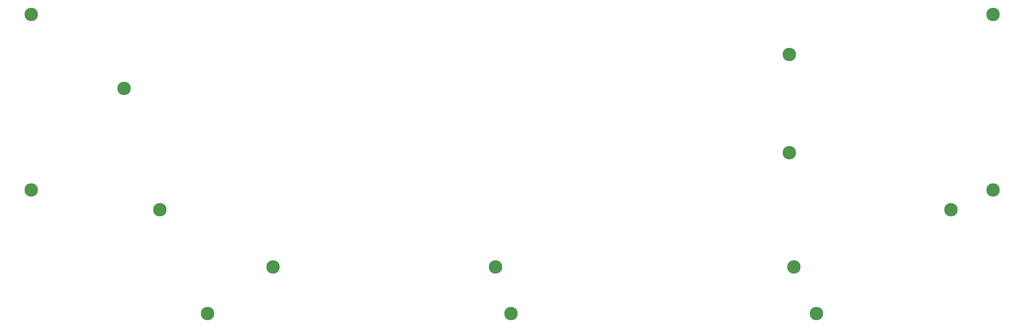
<source format=gbr>
%TF.GenerationSoftware,KiCad,Pcbnew,(5.1.6)-1*%
%TF.CreationDate,2020-09-13T22:04:07-04:00*%
%TF.ProjectId,keybored_plate,6b657962-6f72-4656-945f-706c6174652e,rev?*%
%TF.SameCoordinates,Original*%
%TF.FileFunction,Soldermask,Bot*%
%TF.FilePolarity,Negative*%
%FSLAX46Y46*%
G04 Gerber Fmt 4.6, Leading zero omitted, Abs format (unit mm)*
G04 Created by KiCad (PCBNEW (5.1.6)-1) date 2020-09-13 22:04:07*
%MOMM*%
%LPD*%
G01*
G04 APERTURE LIST*
%ADD10C,4.500000*%
G04 APERTURE END LIST*
D10*
%TO.C,REF\u002A\u002A*%
X210400000Y-210930000D03*
%TD*%
%TO.C,REF\u002A\u002A*%
X312360000Y-210930000D03*
%TD*%
%TO.C,REF\u002A\u002A*%
X109140000Y-210930000D03*
%TD*%
%TO.C,REF\u002A\u002A*%
X81237500Y-135731250D03*
%TD*%
%TO.C,REF\u002A\u002A*%
X93237500Y-176212500D03*
%TD*%
%TO.C,REF\u002A\u002A*%
X130968750Y-195381250D03*
%TD*%
%TO.C,REF\u002A\u002A*%
X303237500Y-157162500D03*
%TD*%
%TO.C,REF\u002A\u002A*%
X205237500Y-195381250D03*
%TD*%
%TO.C,REF\u002A\u002A*%
X303237500Y-124381250D03*
%TD*%
%TO.C,REF\u002A\u002A*%
X357187500Y-176212500D03*
%TD*%
%TO.C,REF\u002A\u002A*%
X304800000Y-195381250D03*
%TD*%
%TO.C,REF\u002A\u002A*%
X50260000Y-169610000D03*
%TD*%
%TO.C,REF\u002A\u002A*%
X371240000Y-169610000D03*
%TD*%
%TO.C,REF\u002A\u002A*%
X371240000Y-110980000D03*
%TD*%
%TO.C,REF\u002A\u002A*%
X50260000Y-110980000D03*
%TD*%
M02*

</source>
